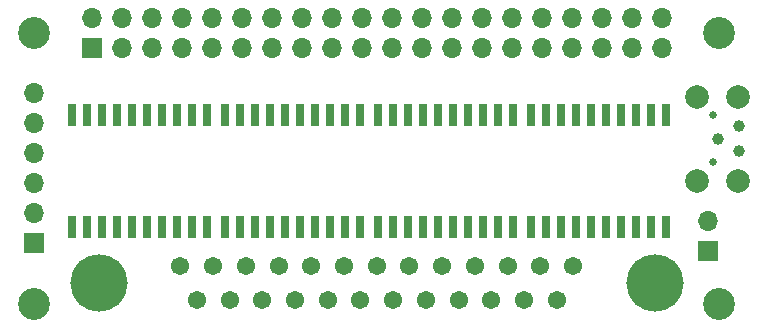
<source format=gbs>
G04 #@! TF.GenerationSoftware,KiCad,Pcbnew,(6.0.5-0)*
G04 #@! TF.CreationDate,2022-12-19T20:05:14-06:00*
G04 #@! TF.ProjectId,rascsi_zero,72617363-7369-45f7-9a65-726f2e6b6963,rev?*
G04 #@! TF.SameCoordinates,PX59d60c0PY325aa00*
G04 #@! TF.FileFunction,Soldermask,Bot*
G04 #@! TF.FilePolarity,Negative*
%FSLAX46Y46*%
G04 Gerber Fmt 4.6, Leading zero omitted, Abs format (unit mm)*
G04 Created by KiCad (PCBNEW (6.0.5-0)) date 2022-12-19 20:05:14*
%MOMM*%
%LPD*%
G01*
G04 APERTURE LIST*
%ADD10R,1.700000X1.700000*%
%ADD11O,1.700000X1.700000*%
%ADD12C,2.700000*%
%ADD13C,0.650000*%
%ADD14C,2.000000*%
%ADD15R,0.650000X1.950000*%
%ADD16C,1.545000*%
%ADD17C,4.845000*%
%ADD18C,1.000000*%
G04 APERTURE END LIST*
D10*
X88670000Y5530000D03*
D11*
X88670000Y8070000D03*
X91210000Y5530000D03*
X91210000Y8070000D03*
X93750000Y5530000D03*
X93750000Y8070000D03*
X96290000Y5530000D03*
X96290000Y8070000D03*
X98830000Y5530000D03*
X98830000Y8070000D03*
X101370000Y5530000D03*
X101370000Y8070000D03*
X103910000Y5530000D03*
X103910000Y8070000D03*
X106450000Y5530000D03*
X106450000Y8070000D03*
X108990000Y5530000D03*
X108990000Y8070000D03*
X111530000Y5530000D03*
X111530000Y8070000D03*
X114070000Y5530000D03*
X114070000Y8070000D03*
X116610000Y5530000D03*
X116610000Y8070000D03*
X119150000Y5530000D03*
X119150000Y8070000D03*
X121690000Y5530000D03*
X121690000Y8070000D03*
X124230000Y5530000D03*
X124230000Y8070000D03*
X126770000Y5530000D03*
X126770000Y8070000D03*
X129310000Y5530000D03*
X129310000Y8070000D03*
X131850000Y5530000D03*
X131850000Y8070000D03*
X134390000Y5530000D03*
X134390000Y8070000D03*
X136930000Y5530000D03*
X136930000Y8070000D03*
D12*
X83800000Y6800000D03*
X83800000Y-16200000D03*
X141800000Y-16200000D03*
X141800000Y6800000D03*
D10*
X83810000Y-10980000D03*
D11*
X83810000Y-8440000D03*
X83810000Y-5900000D03*
X83810000Y-3360000D03*
X83810000Y-820000D03*
X83810000Y1720000D03*
D13*
X141270000Y-200000D03*
X141270000Y-4200000D03*
D14*
X143400000Y-5775000D03*
X143400000Y1375000D03*
X139950000Y1375000D03*
X139950000Y-5775000D03*
D15*
X124340880Y-9638880D03*
X123070880Y-9638880D03*
X121800880Y-9638880D03*
X120530880Y-9638880D03*
X119260880Y-9638880D03*
X117990880Y-9638880D03*
X116720880Y-9638880D03*
X115450880Y-9638880D03*
X114180880Y-9638880D03*
X112910880Y-9638880D03*
X112910880Y-188880D03*
X114180880Y-188880D03*
X115450880Y-188880D03*
X116720880Y-188880D03*
X117990880Y-188880D03*
X119260880Y-188880D03*
X120530880Y-188880D03*
X121800880Y-188880D03*
X123070880Y-188880D03*
X124340880Y-188880D03*
X99956880Y-188880D03*
X101226880Y-188880D03*
X102496880Y-188880D03*
X103766880Y-188880D03*
X105036880Y-188880D03*
X106306880Y-188880D03*
X107576880Y-188880D03*
X108846880Y-188880D03*
X110116880Y-188880D03*
X111386880Y-188880D03*
X111386880Y-9638880D03*
X110116880Y-9638880D03*
X108846880Y-9638880D03*
X107576880Y-9638880D03*
X106306880Y-9638880D03*
X105036880Y-9638880D03*
X103766880Y-9638880D03*
X102496880Y-9638880D03*
X101226880Y-9638880D03*
X99956880Y-9638880D03*
X87002880Y-188880D03*
X88272880Y-188880D03*
X89542880Y-188880D03*
X90812880Y-188880D03*
X92082880Y-188880D03*
X93352880Y-188880D03*
X94622880Y-188880D03*
X95892880Y-188880D03*
X97162880Y-188880D03*
X98432880Y-188880D03*
X98432880Y-9638880D03*
X97162880Y-9638880D03*
X95892880Y-9638880D03*
X94622880Y-9638880D03*
X93352880Y-9638880D03*
X92082880Y-9638880D03*
X90812880Y-9638880D03*
X89542880Y-9638880D03*
X88272880Y-9638880D03*
X87002880Y-9638880D03*
X137294880Y-9638880D03*
X136024880Y-9638880D03*
X134754880Y-9638880D03*
X133484880Y-9638880D03*
X132214880Y-9638880D03*
X130944880Y-9638880D03*
X129674880Y-9638880D03*
X128404880Y-9638880D03*
X127134880Y-9638880D03*
X125864880Y-9638880D03*
X125864880Y-188880D03*
X127134880Y-188880D03*
X128404880Y-188880D03*
X129674880Y-188880D03*
X130944880Y-188880D03*
X132214880Y-188880D03*
X133484880Y-188880D03*
X134754880Y-188880D03*
X136024880Y-188880D03*
X137294880Y-188880D03*
D16*
X129420000Y-13002000D03*
X126650000Y-13002000D03*
X123880000Y-13002000D03*
X121110000Y-13002000D03*
X118340000Y-13002000D03*
X115570000Y-13002000D03*
X112800000Y-13002000D03*
X110030000Y-13002000D03*
X107260000Y-13002000D03*
X104490000Y-13002000D03*
X101720000Y-13002000D03*
X98950000Y-13002000D03*
X96180000Y-13002000D03*
X128035000Y-15842000D03*
X125265000Y-15842000D03*
X122495000Y-15842000D03*
X119725000Y-15842000D03*
X116955000Y-15842000D03*
X114185000Y-15842000D03*
X111415000Y-15842000D03*
X108645000Y-15842000D03*
X105875000Y-15842000D03*
X103105000Y-15842000D03*
X100335000Y-15842000D03*
X97565000Y-15842000D03*
D17*
X136320000Y-14422000D03*
X89280000Y-14422000D03*
D10*
X140836000Y-11732000D03*
D11*
X140836000Y-9192000D03*
D18*
X143510000Y-3225000D03*
X141660000Y-2200000D03*
X143510000Y-1125000D03*
M02*

</source>
